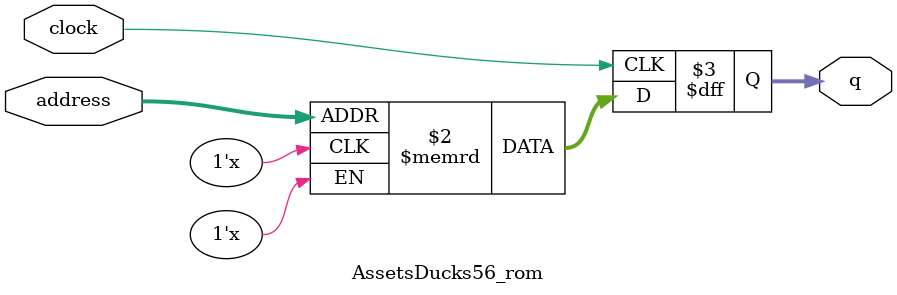
<source format=sv>
module AssetsDucks56_rom (
	input logic clock,
	input logic [12:0] address,
	output logic [3:0] q
);

logic [3:0] memory [0:4351] /* synthesis ram_init_file = "./AssetsDucks56/AssetsDucks56.mif" */;

always_ff @ (posedge clock) begin
	q <= memory[address];
end

endmodule

</source>
